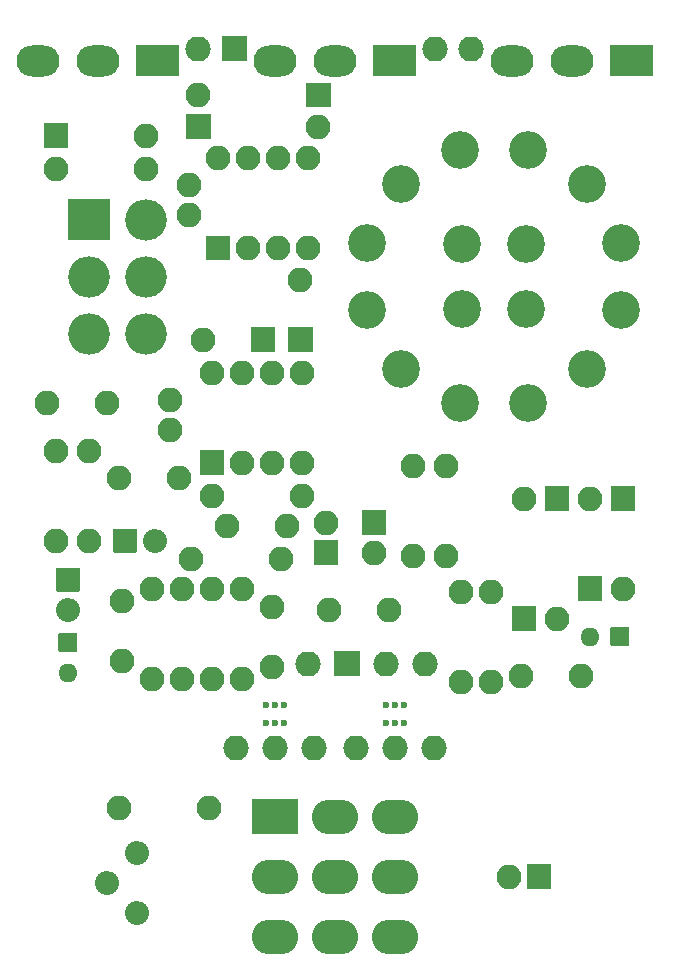
<source format=gbr>
G04 #@! TF.GenerationSoftware,KiCad,Pcbnew,(5.1.8-0-10_14)*
G04 #@! TF.CreationDate,2021-01-24T00:18:35+01:00*
G04 #@! TF.ProjectId,bat,6261742e-6b69-4636-9164-5f7063625858,rev?*
G04 #@! TF.SameCoordinates,Original*
G04 #@! TF.FileFunction,Soldermask,Bot*
G04 #@! TF.FilePolarity,Negative*
%FSLAX46Y46*%
G04 Gerber Fmt 4.6, Leading zero omitted, Abs format (unit mm)*
G04 Created by KiCad (PCBNEW (5.1.8-0-10_14)) date 2021-01-24 00:18:35*
%MOMM*%
%LPD*%
G01*
G04 APERTURE LIST*
%ADD10O,2.100000X2.100000*%
%ADD11O,3.916000X2.916000*%
%ADD12O,3.640000X2.640000*%
%ADD13C,3.198800*%
%ADD14C,0.600000*%
%ADD15O,3.516000X3.516000*%
%ADD16O,2.030400X2.030400*%
%ADD17O,2.132000X2.132000*%
%ADD18O,1.608000X1.608000*%
G04 APERTURE END LIST*
D10*
X86614000Y-119126000D03*
G36*
G01*
X87614000Y-122716000D02*
X85614000Y-122716000D01*
G75*
G02*
X85564000Y-122666000I0J50000D01*
G01*
X85564000Y-120666000D01*
G75*
G02*
X85614000Y-120616000I50000J0D01*
G01*
X87614000Y-120616000D01*
G75*
G02*
X87664000Y-120666000I0J-50000D01*
G01*
X87664000Y-122666000D01*
G75*
G02*
X87614000Y-122716000I-50000J0D01*
G01*
G37*
X90678000Y-121666000D03*
G36*
G01*
X89678000Y-118076000D02*
X91678000Y-118076000D01*
G75*
G02*
X91728000Y-118126000I0J-50000D01*
G01*
X91728000Y-120126000D01*
G75*
G02*
X91678000Y-120176000I-50000J0D01*
G01*
X89678000Y-120176000D01*
G75*
G02*
X89628000Y-120126000I0J50000D01*
G01*
X89628000Y-118126000D01*
G75*
G02*
X89678000Y-118076000I50000J0D01*
G01*
G37*
G36*
G01*
X84254000Y-142610000D02*
X84254000Y-145426000D01*
G75*
G02*
X84204000Y-145476000I-50000J0D01*
G01*
X80388000Y-145476000D01*
G75*
G02*
X80338000Y-145426000I0J50000D01*
G01*
X80338000Y-142610000D01*
G75*
G02*
X80388000Y-142560000I50000J0D01*
G01*
X84204000Y-142560000D01*
G75*
G02*
X84254000Y-142610000I0J-50000D01*
G01*
G37*
D11*
X82296000Y-149098000D03*
X82296000Y-154178000D03*
X87376000Y-144018000D03*
X87376000Y-149098000D03*
X87376000Y-154178000D03*
X92456000Y-144018000D03*
X92456000Y-149098000D03*
X92456000Y-154178000D03*
D12*
X102362000Y-80010000D03*
X107442000Y-80010000D03*
G36*
G01*
X114342000Y-78740000D02*
X114342000Y-81280000D01*
G75*
G02*
X114292000Y-81330000I-50000J0D01*
G01*
X110752000Y-81330000D01*
G75*
G02*
X110702000Y-81280000I0J50000D01*
G01*
X110702000Y-78740000D01*
G75*
G02*
X110752000Y-78690000I50000J0D01*
G01*
X114292000Y-78690000D01*
G75*
G02*
X114342000Y-78740000I0J-50000D01*
G01*
G37*
X62230000Y-80010000D03*
X67310000Y-80010000D03*
G36*
G01*
X74210000Y-78740000D02*
X74210000Y-81280000D01*
G75*
G02*
X74160000Y-81330000I-50000J0D01*
G01*
X70620000Y-81330000D01*
G75*
G02*
X70570000Y-81280000I0J50000D01*
G01*
X70570000Y-78740000D01*
G75*
G02*
X70620000Y-78690000I50000J0D01*
G01*
X74160000Y-78690000D01*
G75*
G02*
X74210000Y-78740000I0J-50000D01*
G01*
G37*
X82296000Y-80010000D03*
X87376000Y-80010000D03*
G36*
G01*
X94276000Y-78740000D02*
X94276000Y-81280000D01*
G75*
G02*
X94226000Y-81330000I-50000J0D01*
G01*
X90686000Y-81330000D01*
G75*
G02*
X90636000Y-81280000I0J50000D01*
G01*
X90636000Y-78740000D01*
G75*
G02*
X90686000Y-78690000I50000J0D01*
G01*
X94226000Y-78690000D01*
G75*
G02*
X94276000Y-78740000I0J-50000D01*
G01*
G37*
D10*
X102108000Y-149098000D03*
G36*
G01*
X105698000Y-148098000D02*
X105698000Y-150098000D01*
G75*
G02*
X105648000Y-150148000I-50000J0D01*
G01*
X103648000Y-150148000D01*
G75*
G02*
X103598000Y-150098000I0J50000D01*
G01*
X103598000Y-148098000D01*
G75*
G02*
X103648000Y-148048000I50000J0D01*
G01*
X105648000Y-148048000D01*
G75*
G02*
X105698000Y-148098000I0J-50000D01*
G01*
G37*
D13*
X103563420Y-95572580D03*
X103563420Y-101023420D03*
X98112580Y-101023420D03*
X98112580Y-95572580D03*
X103713280Y-87574120D03*
X108689140Y-90446860D03*
X111561880Y-95422720D03*
X111561880Y-101173280D03*
X108689140Y-106149140D03*
X103713280Y-109021880D03*
X97962720Y-109021880D03*
X92986860Y-106149140D03*
X90114120Y-101173280D03*
X90114120Y-95422720D03*
X92986860Y-90446860D03*
X97962720Y-87574120D03*
G36*
G01*
X82330000Y-102632000D02*
X82330000Y-104632000D01*
G75*
G02*
X82280000Y-104682000I-50000J0D01*
G01*
X80280000Y-104682000D01*
G75*
G02*
X80230000Y-104632000I0J50000D01*
G01*
X80230000Y-102632000D01*
G75*
G02*
X80280000Y-102582000I50000J0D01*
G01*
X82280000Y-102582000D01*
G75*
G02*
X82330000Y-102632000I0J-50000D01*
G01*
G37*
D10*
X76200000Y-103632000D03*
G36*
G01*
X85455000Y-104682000D02*
X83455000Y-104682000D01*
G75*
G02*
X83405000Y-104632000I0J50000D01*
G01*
X83405000Y-102632000D01*
G75*
G02*
X83455000Y-102582000I50000J0D01*
G01*
X85455000Y-102582000D01*
G75*
G02*
X85505000Y-102632000I0J-50000D01*
G01*
X85505000Y-104632000D01*
G75*
G02*
X85455000Y-104682000I-50000J0D01*
G01*
G37*
X84455000Y-98552000D03*
G36*
G01*
X87029000Y-81931000D02*
X87029000Y-83931000D01*
G75*
G02*
X86979000Y-83981000I-50000J0D01*
G01*
X84979000Y-83981000D01*
G75*
G02*
X84929000Y-83931000I0J50000D01*
G01*
X84929000Y-81931000D01*
G75*
G02*
X84979000Y-81881000I50000J0D01*
G01*
X86979000Y-81881000D01*
G75*
G02*
X87029000Y-81931000I0J-50000D01*
G01*
G37*
X75819000Y-82931000D03*
G36*
G01*
X74769000Y-86598000D02*
X74769000Y-84598000D01*
G75*
G02*
X74819000Y-84548000I50000J0D01*
G01*
X76819000Y-84548000D01*
G75*
G02*
X76869000Y-84598000I0J-50000D01*
G01*
X76869000Y-86598000D01*
G75*
G02*
X76819000Y-86648000I-50000J0D01*
G01*
X74819000Y-86648000D01*
G75*
G02*
X74769000Y-86598000I0J50000D01*
G01*
G37*
X85979000Y-85598000D03*
G36*
G01*
X62704000Y-87360000D02*
X62704000Y-85360000D01*
G75*
G02*
X62754000Y-85310000I50000J0D01*
G01*
X64754000Y-85310000D01*
G75*
G02*
X64804000Y-85360000I0J-50000D01*
G01*
X64804000Y-87360000D01*
G75*
G02*
X64754000Y-87410000I-50000J0D01*
G01*
X62754000Y-87410000D01*
G75*
G02*
X62704000Y-87360000I0J50000D01*
G01*
G37*
X71374000Y-86360000D03*
X75057000Y-93091000D03*
X75057000Y-90551000D03*
D14*
X83046000Y-136068500D03*
X81546000Y-136068500D03*
X81546000Y-134568500D03*
X83046000Y-134568500D03*
X82296000Y-136068500D03*
X82296000Y-134568500D03*
X93206000Y-136068500D03*
X91706000Y-136068500D03*
X91706000Y-134568500D03*
X93206000Y-134568500D03*
X92456000Y-136068500D03*
X92456000Y-134568500D03*
D10*
X76962000Y-106426000D03*
X79502000Y-106426000D03*
X82042000Y-106426000D03*
X84582000Y-106426000D03*
X84582000Y-114046000D03*
X82042000Y-114046000D03*
X79502000Y-114046000D03*
G36*
G01*
X77962000Y-115096000D02*
X75962000Y-115096000D01*
G75*
G02*
X75912000Y-115046000I0J50000D01*
G01*
X75912000Y-113046000D01*
G75*
G02*
X75962000Y-112996000I50000J0D01*
G01*
X77962000Y-112996000D01*
G75*
G02*
X78012000Y-113046000I0J-50000D01*
G01*
X78012000Y-115046000D01*
G75*
G02*
X77962000Y-115096000I-50000J0D01*
G01*
G37*
X77470000Y-88265000D03*
X80010000Y-88265000D03*
X82550000Y-88265000D03*
X85090000Y-88265000D03*
X85090000Y-95885000D03*
X82550000Y-95885000D03*
X80010000Y-95885000D03*
G36*
G01*
X78470000Y-96935000D02*
X76470000Y-96935000D01*
G75*
G02*
X76420000Y-96885000I0J50000D01*
G01*
X76420000Y-94885000D01*
G75*
G02*
X76470000Y-94835000I50000J0D01*
G01*
X78470000Y-94835000D01*
G75*
G02*
X78520000Y-94885000I0J-50000D01*
G01*
X78520000Y-96885000D01*
G75*
G02*
X78470000Y-96935000I-50000J0D01*
G01*
G37*
D15*
X71378000Y-103132000D03*
X71378000Y-98302000D03*
X71378000Y-93472000D03*
X66548000Y-103132000D03*
X66548000Y-98302000D03*
G36*
G01*
X64790000Y-95180000D02*
X64790000Y-91764000D01*
G75*
G02*
X64840000Y-91714000I50000J0D01*
G01*
X68256000Y-91714000D01*
G75*
G02*
X68306000Y-91764000I0J-50000D01*
G01*
X68306000Y-95180000D01*
G75*
G02*
X68256000Y-95230000I-50000J0D01*
G01*
X64840000Y-95230000D01*
G75*
G02*
X64790000Y-95180000I0J50000D01*
G01*
G37*
D16*
X70612000Y-147066000D03*
X68072000Y-149606000D03*
X70612000Y-152146000D03*
D10*
X66548000Y-120650000D03*
X66548000Y-113030000D03*
X63754000Y-120650000D03*
X63754000Y-113030000D03*
X93980000Y-114300000D03*
X93980000Y-121920000D03*
X82042000Y-126238000D03*
X82042000Y-131318000D03*
X98044000Y-132588000D03*
X98044000Y-124968000D03*
X96774000Y-114300000D03*
X96774000Y-121920000D03*
X76962000Y-116840000D03*
X84582000Y-116840000D03*
X71882000Y-132334000D03*
X71882000Y-124714000D03*
X74422000Y-132334000D03*
X74422000Y-124714000D03*
X69088000Y-143256000D03*
X76708000Y-143256000D03*
X75184000Y-122174000D03*
X82804000Y-122174000D03*
X76962000Y-132334000D03*
X76962000Y-124714000D03*
X71374000Y-89154000D03*
X63754000Y-89154000D03*
D17*
X98933000Y-78994000D03*
X91694000Y-131064000D03*
X95885000Y-78994000D03*
X94996000Y-131064000D03*
X85090000Y-131064000D03*
X95758000Y-138176000D03*
X92456000Y-138176000D03*
X89154000Y-138176000D03*
X75819000Y-78994000D03*
X85598000Y-138176000D03*
G36*
G01*
X77801000Y-80010000D02*
X77801000Y-77978000D01*
G75*
G02*
X77851000Y-77928000I50000J0D01*
G01*
X79883000Y-77928000D01*
G75*
G02*
X79933000Y-77978000I0J-50000D01*
G01*
X79933000Y-80010000D01*
G75*
G02*
X79883000Y-80060000I-50000J0D01*
G01*
X77851000Y-80060000D01*
G75*
G02*
X77801000Y-80010000I0J50000D01*
G01*
G37*
X78994000Y-138176000D03*
X82296000Y-138176000D03*
G36*
G01*
X87326000Y-132080000D02*
X87326000Y-130048000D01*
G75*
G02*
X87376000Y-129998000I50000J0D01*
G01*
X89408000Y-129998000D01*
G75*
G02*
X89458000Y-130048000I0J-50000D01*
G01*
X89458000Y-132080000D01*
G75*
G02*
X89408000Y-132130000I-50000J0D01*
G01*
X87376000Y-132130000D01*
G75*
G02*
X87326000Y-132080000I0J50000D01*
G01*
G37*
G36*
G01*
X105172000Y-116044000D02*
X107172000Y-116044000D01*
G75*
G02*
X107222000Y-116094000I0J-50000D01*
G01*
X107222000Y-118094000D01*
G75*
G02*
X107172000Y-118144000I-50000J0D01*
G01*
X105172000Y-118144000D01*
G75*
G02*
X105122000Y-118094000I0J50000D01*
G01*
X105122000Y-116094000D01*
G75*
G02*
X105172000Y-116044000I50000J0D01*
G01*
G37*
D10*
X106172000Y-127254000D03*
G36*
G01*
X104378000Y-128304000D02*
X102378000Y-128304000D01*
G75*
G02*
X102328000Y-128254000I0J50000D01*
G01*
X102328000Y-126254000D01*
G75*
G02*
X102378000Y-126204000I50000J0D01*
G01*
X104378000Y-126204000D01*
G75*
G02*
X104428000Y-126254000I0J-50000D01*
G01*
X104428000Y-128254000D01*
G75*
G02*
X104378000Y-128304000I-50000J0D01*
G01*
G37*
X103378000Y-117094000D03*
G36*
G01*
X110760000Y-116044000D02*
X112760000Y-116044000D01*
G75*
G02*
X112810000Y-116094000I0J-50000D01*
G01*
X112810000Y-118094000D01*
G75*
G02*
X112760000Y-118144000I-50000J0D01*
G01*
X110760000Y-118144000D01*
G75*
G02*
X110710000Y-118094000I0J50000D01*
G01*
X110710000Y-116094000D01*
G75*
G02*
X110760000Y-116044000I50000J0D01*
G01*
G37*
X111760000Y-124714000D03*
G36*
G01*
X109966000Y-125764000D02*
X107966000Y-125764000D01*
G75*
G02*
X107916000Y-125714000I0J50000D01*
G01*
X107916000Y-123714000D01*
G75*
G02*
X107966000Y-123664000I50000J0D01*
G01*
X109966000Y-123664000D01*
G75*
G02*
X110016000Y-123714000I0J-50000D01*
G01*
X110016000Y-125714000D01*
G75*
G02*
X109966000Y-125764000I-50000J0D01*
G01*
G37*
X108966000Y-117094000D03*
X68072000Y-108966000D03*
X62992000Y-108966000D03*
D16*
X72136000Y-120650000D03*
G36*
G01*
X68580800Y-121615200D02*
X68580800Y-119684800D01*
G75*
G02*
X68630800Y-119634800I50000J0D01*
G01*
X70561200Y-119634800D01*
G75*
G02*
X70611200Y-119684800I0J-50000D01*
G01*
X70611200Y-121615200D01*
G75*
G02*
X70561200Y-121665200I-50000J0D01*
G01*
X68630800Y-121665200D01*
G75*
G02*
X68580800Y-121615200I0J50000D01*
G01*
G37*
X64770000Y-126492000D03*
G36*
G01*
X63804800Y-122936800D02*
X65735200Y-122936800D01*
G75*
G02*
X65785200Y-122986800I0J-50000D01*
G01*
X65785200Y-124917200D01*
G75*
G02*
X65735200Y-124967200I-50000J0D01*
G01*
X63804800Y-124967200D01*
G75*
G02*
X63754800Y-124917200I0J50000D01*
G01*
X63754800Y-122986800D01*
G75*
G02*
X63804800Y-122936800I50000J0D01*
G01*
G37*
D10*
X73406000Y-111252000D03*
X73406000Y-108712000D03*
X91948000Y-126492000D03*
X86868000Y-126492000D03*
X69342000Y-130810000D03*
X69342000Y-125730000D03*
X108204000Y-132080000D03*
X103124000Y-132080000D03*
X100584000Y-132588000D03*
X100584000Y-124968000D03*
X69088000Y-115316000D03*
X74168000Y-115316000D03*
X79502000Y-132334000D03*
X79502000Y-124714000D03*
D18*
X64770000Y-131826000D03*
G36*
G01*
X64016000Y-128482000D02*
X65524000Y-128482000D01*
G75*
G02*
X65574000Y-128532000I0J-50000D01*
G01*
X65574000Y-130040000D01*
G75*
G02*
X65524000Y-130090000I-50000J0D01*
G01*
X64016000Y-130090000D01*
G75*
G02*
X63966000Y-130040000I0J50000D01*
G01*
X63966000Y-128532000D01*
G75*
G02*
X64016000Y-128482000I50000J0D01*
G01*
G37*
X108966000Y-128778000D03*
G36*
G01*
X112310000Y-128024000D02*
X112310000Y-129532000D01*
G75*
G02*
X112260000Y-129582000I-50000J0D01*
G01*
X110752000Y-129582000D01*
G75*
G02*
X110702000Y-129532000I0J50000D01*
G01*
X110702000Y-128024000D01*
G75*
G02*
X110752000Y-127974000I50000J0D01*
G01*
X112260000Y-127974000D01*
G75*
G02*
X112310000Y-128024000I0J-50000D01*
G01*
G37*
D10*
X78232000Y-119380000D03*
X83312000Y-119380000D03*
M02*

</source>
